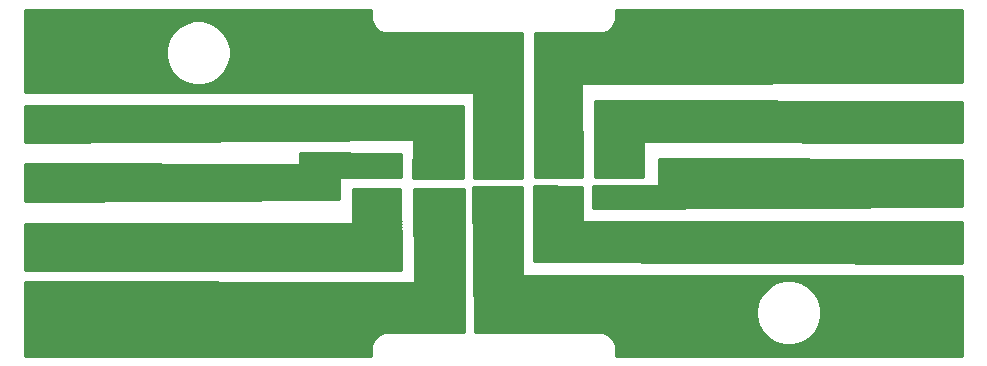
<source format=gbl>
G75*
%MOIN*%
%OFA0B0*%
%FSLAX24Y24*%
%IPPOS*%
%LPD*%
%AMOC8*
5,1,8,0,0,1.08239X$1,22.5*
%
%ADD10C,0.0705*%
%ADD11OC8,0.0600*%
%ADD12C,0.0100*%
D10*
X002398Y002764D02*
X003103Y002764D01*
X003103Y004764D02*
X002398Y004764D01*
X002398Y006764D02*
X003103Y006764D01*
X003103Y008764D02*
X002398Y008764D01*
X002398Y010764D02*
X003103Y010764D01*
X031244Y010764D02*
X031949Y010764D01*
X031949Y008764D02*
X031244Y008764D01*
X031244Y006764D02*
X031949Y006764D01*
X031949Y004764D02*
X031244Y004764D01*
X031244Y002764D02*
X031949Y002764D01*
D11*
X021831Y006264D03*
X020831Y006264D03*
X019831Y006264D03*
X018831Y006264D03*
X017831Y006264D03*
X016831Y006264D03*
X015831Y006264D03*
X014831Y006264D03*
X013831Y006264D03*
X012831Y006264D03*
X012831Y007264D03*
X013831Y007264D03*
X014831Y007264D03*
X015831Y007264D03*
X016831Y007264D03*
X017831Y007264D03*
X018831Y007264D03*
X019831Y007264D03*
X020831Y007264D03*
X021831Y007264D03*
D12*
X001561Y003456D02*
X001561Y000995D01*
X013100Y000995D01*
X013100Y001358D01*
X013181Y001553D01*
X013330Y001702D01*
X013524Y001782D01*
X016189Y001782D01*
X016189Y006567D01*
X014535Y006567D01*
X014575Y003418D01*
X001561Y003456D01*
X001561Y003420D02*
X013800Y003420D01*
X014575Y003420D02*
X016189Y003420D01*
X016189Y003518D02*
X014574Y003518D01*
X014572Y003617D02*
X016189Y003617D01*
X016189Y003715D02*
X014571Y003715D01*
X014570Y003814D02*
X016189Y003814D01*
X016189Y003912D02*
X014569Y003912D01*
X014567Y004011D02*
X016189Y004011D01*
X016189Y004109D02*
X014566Y004109D01*
X014565Y004208D02*
X016189Y004208D01*
X016189Y004306D02*
X014564Y004306D01*
X014562Y004405D02*
X016189Y004405D01*
X016189Y004503D02*
X014561Y004503D01*
X014560Y004602D02*
X016189Y004602D01*
X016189Y004700D02*
X014559Y004700D01*
X014558Y004799D02*
X016189Y004799D01*
X016189Y004897D02*
X014556Y004897D01*
X014555Y004996D02*
X016189Y004996D01*
X016189Y005094D02*
X014554Y005094D01*
X014553Y005193D02*
X016189Y005193D01*
X016189Y005291D02*
X014551Y005291D01*
X014550Y005390D02*
X016189Y005390D01*
X016189Y005488D02*
X014549Y005488D01*
X014548Y005587D02*
X016189Y005587D01*
X016189Y005685D02*
X014546Y005685D01*
X014545Y005784D02*
X016189Y005784D01*
X016189Y005882D02*
X014544Y005882D01*
X014543Y005981D02*
X016189Y005981D01*
X016189Y006079D02*
X014542Y006079D01*
X014540Y006178D02*
X016189Y006178D01*
X016189Y006276D02*
X014539Y006276D01*
X014538Y006375D02*
X016189Y006375D01*
X016189Y006473D02*
X014537Y006473D01*
X014064Y006473D02*
X012488Y006473D01*
X012488Y006567D02*
X014063Y006567D01*
X014102Y003851D01*
X001561Y003851D01*
X001561Y005386D01*
X012488Y005386D01*
X012488Y006567D01*
X012488Y006375D02*
X014066Y006375D01*
X014067Y006276D02*
X012488Y006276D01*
X012488Y006178D02*
X014069Y006178D01*
X014070Y006079D02*
X012488Y006079D01*
X012488Y005981D02*
X014071Y005981D01*
X014073Y005882D02*
X012488Y005882D01*
X012488Y005784D02*
X014074Y005784D01*
X014076Y005685D02*
X012488Y005685D01*
X012488Y005587D02*
X014077Y005587D01*
X014079Y005488D02*
X012488Y005488D01*
X012488Y005390D02*
X014080Y005390D01*
X014081Y005291D02*
X001561Y005291D01*
X001561Y005193D02*
X014083Y005193D01*
X014084Y005094D02*
X001561Y005094D01*
X001561Y004996D02*
X014086Y004996D01*
X014087Y004897D02*
X001561Y004897D01*
X001561Y004799D02*
X014089Y004799D01*
X014090Y004700D02*
X001561Y004700D01*
X001561Y004602D02*
X014091Y004602D01*
X014093Y004503D02*
X001561Y004503D01*
X001561Y004405D02*
X014094Y004405D01*
X014096Y004306D02*
X001561Y004306D01*
X001561Y004208D02*
X014097Y004208D01*
X014099Y004109D02*
X001561Y004109D01*
X001561Y004011D02*
X014100Y004011D01*
X014101Y003912D02*
X001561Y003912D01*
X001561Y003321D02*
X016189Y003321D01*
X016189Y003223D02*
X001561Y003223D01*
X001561Y003124D02*
X016189Y003124D01*
X016189Y003026D02*
X001561Y003026D01*
X001561Y002927D02*
X016189Y002927D01*
X016189Y002829D02*
X001561Y002829D01*
X001561Y002730D02*
X016189Y002730D01*
X016189Y002632D02*
X001561Y002632D01*
X001561Y002533D02*
X016189Y002533D01*
X016189Y002435D02*
X001561Y002435D01*
X001561Y002336D02*
X016189Y002336D01*
X016189Y002238D02*
X001561Y002238D01*
X001561Y002139D02*
X016189Y002139D01*
X016189Y002041D02*
X001561Y002041D01*
X001561Y001942D02*
X016189Y001942D01*
X016189Y001844D02*
X001561Y001844D01*
X001561Y001745D02*
X013435Y001745D01*
X013275Y001647D02*
X001561Y001647D01*
X001561Y001548D02*
X013179Y001548D01*
X013138Y001450D02*
X001561Y001450D01*
X001561Y001351D02*
X013100Y001351D01*
X013100Y001253D02*
X001561Y001253D01*
X001561Y001154D02*
X013100Y001154D01*
X013100Y001056D02*
X001561Y001056D01*
X001561Y006138D02*
X001561Y007392D01*
X010717Y007355D01*
X010717Y007748D01*
X014102Y007709D01*
X014102Y006961D01*
X012016Y006961D01*
X012016Y006213D01*
X001561Y006138D01*
X001561Y006178D02*
X007131Y006178D01*
X009424Y007360D02*
X001561Y007360D01*
X001561Y007261D02*
X014102Y007261D01*
X014102Y007163D02*
X001561Y007163D01*
X001561Y007064D02*
X014102Y007064D01*
X014102Y006966D02*
X001561Y006966D01*
X001561Y006867D02*
X012016Y006867D01*
X012016Y006769D02*
X001561Y006769D01*
X001561Y006670D02*
X012016Y006670D01*
X012016Y006572D02*
X001561Y006572D01*
X001561Y006473D02*
X012016Y006473D01*
X012016Y006375D02*
X001561Y006375D01*
X001561Y006276D02*
X012016Y006276D01*
X010717Y007360D02*
X014102Y007360D01*
X014102Y007458D02*
X010717Y007458D01*
X010717Y007557D02*
X014102Y007557D01*
X014102Y007655D02*
X010717Y007655D01*
X014515Y007557D02*
X016150Y007557D01*
X016150Y007655D02*
X014518Y007655D01*
X014521Y007754D02*
X016150Y007754D01*
X016150Y007852D02*
X014524Y007852D01*
X014527Y007951D02*
X016150Y007951D01*
X016150Y008049D02*
X014530Y008049D01*
X014533Y008148D02*
X016150Y008148D01*
X016150Y008246D02*
X001561Y008246D01*
X001561Y008148D02*
X006202Y008148D01*
X006914Y010089D02*
X007189Y010015D01*
X007473Y010015D01*
X007748Y010089D01*
X007994Y010231D01*
X008195Y010432D01*
X008337Y010678D01*
X008411Y010953D01*
X008411Y011237D01*
X008337Y011512D01*
X008195Y011758D01*
X007994Y011959D01*
X007748Y012101D01*
X007473Y012175D01*
X007189Y012175D01*
X006914Y012101D01*
X006668Y011959D01*
X006467Y011758D01*
X006324Y011512D01*
X006251Y011237D01*
X006251Y010953D01*
X006324Y010678D01*
X006467Y010432D01*
X006668Y010231D01*
X006914Y010089D01*
X006863Y010118D02*
X001561Y010118D01*
X001561Y010216D02*
X006692Y010216D01*
X006583Y010315D02*
X001561Y010315D01*
X001561Y010413D02*
X006485Y010413D01*
X006420Y010512D02*
X001561Y010512D01*
X001561Y010610D02*
X006363Y010610D01*
X006316Y010709D02*
X001561Y010709D01*
X001561Y010807D02*
X006290Y010807D01*
X006263Y010906D02*
X001561Y010906D01*
X001561Y011004D02*
X006251Y011004D01*
X006251Y011103D02*
X001561Y011103D01*
X001561Y011201D02*
X006251Y011201D01*
X006268Y011300D02*
X001561Y011300D01*
X001561Y011398D02*
X006294Y011398D01*
X006320Y011497D02*
X001561Y011497D01*
X001561Y011595D02*
X006373Y011595D01*
X006430Y011694D02*
X001561Y011694D01*
X001561Y011792D02*
X006501Y011792D01*
X006600Y011891D02*
X001561Y011891D01*
X001561Y011989D02*
X006720Y011989D01*
X006891Y012088D02*
X001561Y012088D01*
X001561Y012186D02*
X013100Y012186D01*
X013100Y012171D02*
X013181Y011976D01*
X013330Y011827D01*
X013524Y011746D01*
X018118Y011746D01*
X018118Y006922D01*
X016543Y006922D01*
X016543Y009796D01*
X001561Y009796D01*
X001561Y012533D01*
X013100Y012533D01*
X013100Y012171D01*
X013134Y012088D02*
X007770Y012088D01*
X007941Y011989D02*
X013175Y011989D01*
X013265Y011891D02*
X008062Y011891D01*
X008160Y011792D02*
X013412Y011792D01*
X013100Y012285D02*
X001561Y012285D01*
X001561Y012383D02*
X013100Y012383D01*
X013100Y012482D02*
X001561Y012482D01*
X001561Y010019D02*
X007172Y010019D01*
X007490Y010019D02*
X018118Y010019D01*
X018118Y009921D02*
X001561Y009921D01*
X001561Y009822D02*
X018118Y009822D01*
X018118Y009724D02*
X016543Y009724D01*
X016543Y009625D02*
X018118Y009625D01*
X018118Y009527D02*
X016543Y009527D01*
X016543Y009428D02*
X018118Y009428D01*
X018118Y009330D02*
X016543Y009330D01*
X016543Y009231D02*
X018118Y009231D01*
X018118Y009133D02*
X016543Y009133D01*
X016543Y009034D02*
X018118Y009034D01*
X018118Y008936D02*
X016543Y008936D01*
X016543Y008837D02*
X018118Y008837D01*
X018118Y008739D02*
X016543Y008739D01*
X016543Y008640D02*
X018118Y008640D01*
X018118Y008542D02*
X016543Y008542D01*
X016543Y008443D02*
X018118Y008443D01*
X018118Y008345D02*
X016543Y008345D01*
X016543Y008246D02*
X018118Y008246D01*
X018118Y008148D02*
X016543Y008148D01*
X016543Y008049D02*
X018118Y008049D01*
X018118Y007951D02*
X016543Y007951D01*
X016543Y007852D02*
X018118Y007852D01*
X018118Y007754D02*
X016543Y007754D01*
X016543Y007655D02*
X018118Y007655D01*
X018118Y007557D02*
X016543Y007557D01*
X016543Y007458D02*
X018118Y007458D01*
X018118Y007360D02*
X016543Y007360D01*
X016543Y007261D02*
X018118Y007261D01*
X018118Y007163D02*
X016543Y007163D01*
X016543Y007064D02*
X018118Y007064D01*
X018118Y006966D02*
X016543Y006966D01*
X016150Y006966D02*
X014497Y006966D01*
X014496Y006922D02*
X014535Y008221D01*
X001561Y008107D01*
X001561Y009323D01*
X016150Y009323D01*
X016150Y006922D01*
X014496Y006922D01*
X014500Y007064D02*
X016150Y007064D01*
X016150Y007163D02*
X014503Y007163D01*
X014506Y007261D02*
X016150Y007261D01*
X016150Y007360D02*
X014509Y007360D01*
X014512Y007458D02*
X016150Y007458D01*
X016150Y008345D02*
X001561Y008345D01*
X001561Y008443D02*
X016150Y008443D01*
X016150Y008542D02*
X001561Y008542D01*
X001561Y008640D02*
X016150Y008640D01*
X016150Y008739D02*
X001561Y008739D01*
X001561Y008837D02*
X016150Y008837D01*
X016150Y008936D02*
X001561Y008936D01*
X001561Y009034D02*
X016150Y009034D01*
X016150Y009133D02*
X001561Y009133D01*
X001561Y009231D02*
X016150Y009231D01*
X018118Y010118D02*
X007799Y010118D01*
X007969Y010216D02*
X018118Y010216D01*
X018118Y010315D02*
X008078Y010315D01*
X008177Y010413D02*
X018118Y010413D01*
X018118Y010512D02*
X008241Y010512D01*
X008298Y010610D02*
X018118Y010610D01*
X018118Y010709D02*
X008345Y010709D01*
X008372Y010807D02*
X018118Y010807D01*
X018118Y010906D02*
X008398Y010906D01*
X008411Y011004D02*
X018118Y011004D01*
X018118Y011103D02*
X008411Y011103D01*
X008411Y011201D02*
X018118Y011201D01*
X018118Y011300D02*
X008394Y011300D01*
X008367Y011398D02*
X018118Y011398D01*
X018118Y011497D02*
X008341Y011497D01*
X008289Y011595D02*
X018118Y011595D01*
X018118Y011694D02*
X008232Y011694D01*
X018551Y011694D02*
X032785Y011694D01*
X032785Y011792D02*
X020934Y011792D01*
X021017Y011827D02*
X020822Y011746D01*
X018551Y011746D01*
X018551Y006961D01*
X020126Y006961D01*
X020087Y010071D01*
X032785Y010109D01*
X032785Y012533D01*
X021247Y012533D01*
X021247Y012171D01*
X021166Y011976D01*
X021017Y011827D01*
X021081Y011891D02*
X032785Y011891D01*
X032785Y011989D02*
X021172Y011989D01*
X021212Y012088D02*
X032785Y012088D01*
X032785Y012186D02*
X021247Y012186D01*
X021247Y012285D02*
X032785Y012285D01*
X032785Y012383D02*
X021247Y012383D01*
X021247Y012482D02*
X032785Y012482D01*
X032785Y011595D02*
X018551Y011595D01*
X018551Y011497D02*
X032785Y011497D01*
X032785Y011398D02*
X018551Y011398D01*
X018551Y011300D02*
X032785Y011300D01*
X032785Y011201D02*
X018551Y011201D01*
X018551Y011103D02*
X032785Y011103D01*
X032785Y011004D02*
X018551Y011004D01*
X018551Y010906D02*
X032785Y010906D01*
X032785Y010807D02*
X018551Y010807D01*
X018551Y010709D02*
X032785Y010709D01*
X032785Y010610D02*
X018551Y010610D01*
X018551Y010512D02*
X032785Y010512D01*
X032785Y010413D02*
X018551Y010413D01*
X018551Y010315D02*
X032785Y010315D01*
X032785Y010216D02*
X018551Y010216D01*
X018551Y010118D02*
X032785Y010118D01*
X032785Y009443D02*
X032785Y008105D01*
X022173Y008142D01*
X022173Y006961D01*
X020559Y006961D01*
X020559Y009481D01*
X032785Y009443D01*
X032785Y009428D02*
X020559Y009428D01*
X020559Y009330D02*
X032785Y009330D01*
X032785Y009231D02*
X020559Y009231D01*
X020559Y009133D02*
X032785Y009133D01*
X032785Y009034D02*
X020559Y009034D01*
X020559Y008936D02*
X032785Y008936D01*
X032785Y008837D02*
X020559Y008837D01*
X020559Y008739D02*
X032785Y008739D01*
X032785Y008640D02*
X020559Y008640D01*
X020559Y008542D02*
X032785Y008542D01*
X032785Y008443D02*
X020559Y008443D01*
X020559Y008345D02*
X032785Y008345D01*
X032785Y008246D02*
X020559Y008246D01*
X020559Y008148D02*
X032785Y008148D01*
X032785Y007514D02*
X032785Y005975D01*
X020480Y005937D01*
X020480Y006646D01*
X022685Y006646D01*
X022685Y007552D01*
X032785Y007514D01*
X032785Y007458D02*
X022685Y007458D01*
X022685Y007360D02*
X032785Y007360D01*
X032785Y007261D02*
X022685Y007261D01*
X022685Y007163D02*
X032785Y007163D01*
X032785Y007064D02*
X022685Y007064D01*
X022685Y006966D02*
X032785Y006966D01*
X032785Y006867D02*
X022685Y006867D01*
X022685Y006769D02*
X032785Y006769D01*
X032785Y006670D02*
X022685Y006670D01*
X022173Y006966D02*
X020559Y006966D01*
X020559Y007064D02*
X022173Y007064D01*
X022173Y007163D02*
X020559Y007163D01*
X020559Y007261D02*
X022173Y007261D01*
X022173Y007360D02*
X020559Y007360D01*
X020559Y007458D02*
X022173Y007458D01*
X022173Y007557D02*
X020559Y007557D01*
X020559Y007655D02*
X022173Y007655D01*
X022173Y007754D02*
X020559Y007754D01*
X020559Y007852D02*
X022173Y007852D01*
X022173Y007951D02*
X020559Y007951D01*
X020559Y008049D02*
X022173Y008049D01*
X020112Y008049D02*
X018551Y008049D01*
X018551Y007951D02*
X020113Y007951D01*
X020115Y007852D02*
X018551Y007852D01*
X018551Y007754D02*
X020116Y007754D01*
X020117Y007655D02*
X018551Y007655D01*
X018551Y007557D02*
X020118Y007557D01*
X020120Y007458D02*
X018551Y007458D01*
X018551Y007360D02*
X020121Y007360D01*
X020122Y007261D02*
X018551Y007261D01*
X018551Y007163D02*
X020123Y007163D01*
X020125Y007064D02*
X018551Y007064D01*
X018551Y006966D02*
X020126Y006966D01*
X020126Y006607D02*
X020126Y005465D01*
X032785Y005465D01*
X032785Y004090D01*
X018512Y004166D01*
X018512Y006646D01*
X020126Y006607D01*
X020126Y006572D02*
X018512Y006572D01*
X018512Y006473D02*
X020126Y006473D01*
X020126Y006375D02*
X018512Y006375D01*
X018512Y006276D02*
X020126Y006276D01*
X020126Y006178D02*
X018512Y006178D01*
X018512Y006079D02*
X020126Y006079D01*
X020126Y005981D02*
X018512Y005981D01*
X018512Y005882D02*
X020126Y005882D01*
X020126Y005784D02*
X018512Y005784D01*
X018512Y005685D02*
X020126Y005685D01*
X020126Y005587D02*
X018512Y005587D01*
X018512Y005488D02*
X020126Y005488D01*
X020480Y005981D02*
X032785Y005981D01*
X032785Y006079D02*
X020480Y006079D01*
X020480Y006178D02*
X032785Y006178D01*
X032785Y006276D02*
X020480Y006276D01*
X020480Y006375D02*
X032785Y006375D01*
X032785Y006473D02*
X020480Y006473D01*
X020480Y006572D02*
X032785Y006572D01*
X032785Y005390D02*
X018512Y005390D01*
X018512Y005291D02*
X032785Y005291D01*
X032785Y005193D02*
X018512Y005193D01*
X018512Y005094D02*
X032785Y005094D01*
X032785Y004996D02*
X018512Y004996D01*
X018512Y004897D02*
X032785Y004897D01*
X032785Y004799D02*
X018512Y004799D01*
X018512Y004700D02*
X032785Y004700D01*
X032785Y004602D02*
X018512Y004602D01*
X018512Y004503D02*
X032785Y004503D01*
X032785Y004405D02*
X018512Y004405D01*
X018512Y004306D02*
X032785Y004306D01*
X032785Y004208D02*
X018512Y004208D01*
X018118Y004208D02*
X016533Y004208D01*
X016532Y004306D02*
X018118Y004306D01*
X018118Y004405D02*
X016531Y004405D01*
X016530Y004503D02*
X018118Y004503D01*
X018118Y004602D02*
X016528Y004602D01*
X016527Y004700D02*
X018118Y004700D01*
X018118Y004799D02*
X016526Y004799D01*
X016525Y004897D02*
X018118Y004897D01*
X018118Y004996D02*
X016524Y004996D01*
X016522Y005094D02*
X018118Y005094D01*
X018118Y005193D02*
X016521Y005193D01*
X016520Y005291D02*
X018118Y005291D01*
X018118Y005390D02*
X016519Y005390D01*
X016518Y005488D02*
X018118Y005488D01*
X018118Y005587D02*
X016516Y005587D01*
X016515Y005685D02*
X018118Y005685D01*
X018118Y005784D02*
X016514Y005784D01*
X016513Y005882D02*
X018118Y005882D01*
X018118Y005981D02*
X016512Y005981D01*
X016510Y006079D02*
X018118Y006079D01*
X018118Y006178D02*
X016509Y006178D01*
X016508Y006276D02*
X018118Y006276D01*
X018118Y006375D02*
X016507Y006375D01*
X016506Y006473D02*
X018118Y006473D01*
X018118Y006572D02*
X016504Y006572D01*
X016504Y006607D02*
X018118Y006607D01*
X018118Y003654D01*
X032785Y003654D01*
X032785Y000995D01*
X021247Y000995D01*
X021247Y001358D01*
X021166Y001553D01*
X021017Y001702D01*
X020822Y001782D01*
X016563Y001782D01*
X016504Y006607D01*
X018551Y008148D02*
X020111Y008148D01*
X020110Y008246D02*
X018551Y008246D01*
X018551Y008345D02*
X020108Y008345D01*
X020107Y008443D02*
X018551Y008443D01*
X018551Y008542D02*
X020106Y008542D01*
X020105Y008640D02*
X018551Y008640D01*
X018551Y008739D02*
X020103Y008739D01*
X020102Y008837D02*
X018551Y008837D01*
X018551Y008936D02*
X020101Y008936D01*
X020100Y009034D02*
X018551Y009034D01*
X018551Y009133D02*
X020098Y009133D01*
X020097Y009231D02*
X018551Y009231D01*
X018551Y009330D02*
X020096Y009330D01*
X020095Y009428D02*
X018551Y009428D01*
X018551Y009527D02*
X020094Y009527D01*
X020092Y009625D02*
X018551Y009625D01*
X018551Y009724D02*
X020091Y009724D01*
X020090Y009822D02*
X018551Y009822D01*
X018551Y009921D02*
X020089Y009921D01*
X020087Y010019D02*
X018551Y010019D01*
X018118Y004109D02*
X016534Y004109D01*
X016536Y004011D02*
X018118Y004011D01*
X018118Y003912D02*
X016537Y003912D01*
X016538Y003814D02*
X018118Y003814D01*
X018118Y003715D02*
X016539Y003715D01*
X016540Y003617D02*
X032785Y003617D01*
X032785Y003518D02*
X016542Y003518D01*
X016543Y003420D02*
X026565Y003420D01*
X026599Y003440D02*
X026353Y003298D01*
X026152Y003097D01*
X026009Y002850D01*
X025936Y002576D01*
X025936Y002291D01*
X026009Y002017D01*
X026152Y001770D01*
X026353Y001569D01*
X026599Y001427D01*
X026874Y001354D01*
X027158Y001354D01*
X027433Y001427D01*
X027679Y001569D01*
X027880Y001770D01*
X028022Y002017D01*
X028096Y002291D01*
X028096Y002576D01*
X028022Y002850D01*
X027880Y003097D01*
X027679Y003298D01*
X027433Y003440D01*
X027158Y003513D01*
X026874Y003513D01*
X026599Y003440D01*
X026394Y003321D02*
X016544Y003321D01*
X016545Y003223D02*
X026278Y003223D01*
X026180Y003124D02*
X016546Y003124D01*
X016548Y003026D02*
X026111Y003026D01*
X026054Y002927D02*
X016549Y002927D01*
X016550Y002829D02*
X026004Y002829D01*
X025977Y002730D02*
X016551Y002730D01*
X016552Y002632D02*
X025951Y002632D01*
X025936Y002533D02*
X016554Y002533D01*
X016555Y002435D02*
X025936Y002435D01*
X025936Y002336D02*
X016556Y002336D01*
X016557Y002238D02*
X025950Y002238D01*
X025977Y002139D02*
X016558Y002139D01*
X016560Y002041D02*
X026003Y002041D01*
X026052Y001942D02*
X016561Y001942D01*
X016562Y001844D02*
X026109Y001844D01*
X026177Y001745D02*
X020911Y001745D01*
X021071Y001647D02*
X026275Y001647D01*
X026389Y001548D02*
X021168Y001548D01*
X021208Y001450D02*
X026559Y001450D01*
X027472Y001450D02*
X032785Y001450D01*
X032785Y001548D02*
X027643Y001548D01*
X027756Y001647D02*
X032785Y001647D01*
X032785Y001745D02*
X027855Y001745D01*
X027922Y001844D02*
X032785Y001844D01*
X032785Y001942D02*
X027979Y001942D01*
X028029Y002041D02*
X032785Y002041D01*
X032785Y002139D02*
X028055Y002139D01*
X028081Y002238D02*
X032785Y002238D01*
X032785Y002336D02*
X028096Y002336D01*
X028096Y002435D02*
X032785Y002435D01*
X032785Y002533D02*
X028096Y002533D01*
X028081Y002632D02*
X032785Y002632D01*
X032785Y002730D02*
X028054Y002730D01*
X028028Y002829D02*
X032785Y002829D01*
X032785Y002927D02*
X027978Y002927D01*
X027921Y003026D02*
X032785Y003026D01*
X032785Y003124D02*
X027852Y003124D01*
X027753Y003223D02*
X032785Y003223D01*
X032785Y003321D02*
X027638Y003321D01*
X027467Y003420D02*
X032785Y003420D01*
X032785Y004109D02*
X029148Y004109D01*
X032785Y001351D02*
X021247Y001351D01*
X021247Y001253D02*
X032785Y001253D01*
X032785Y001154D02*
X021247Y001154D01*
X021247Y001056D02*
X032785Y001056D01*
M02*

</source>
